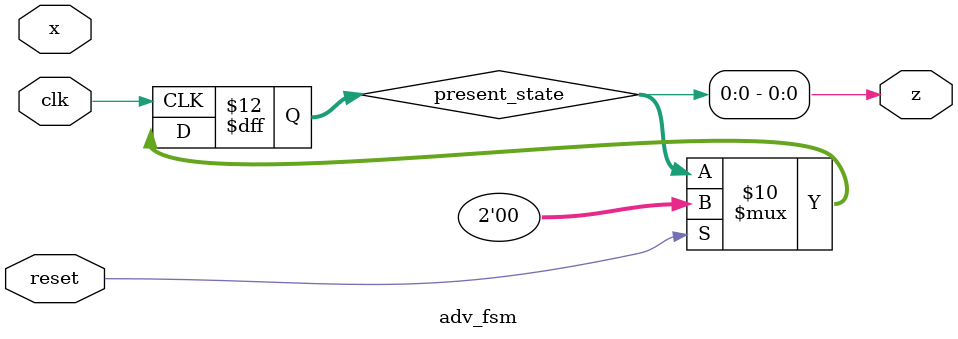
<source format=v>
module adv_fsm(
input clk,
input reset,
input x,
output z ); 
reg [1:0] present_state, next_state;
parameter IDLE=0, S1=1, S10=2, S101=3;
// output signal z is asserted to 1 when present_state is S101 
// present_state is reset to IDLE when rset is high
// otherwise it is assigned next state
// if present_state is IDLE, next_state is assigned S1 if x is 1, otherwise next_state stays at IDLE
// if present_state is S1, next_state is assigned S10 if x is 0, otherwise next_state stays at IDLE 
// if present_state is S10, next_state is assigned S101 if x is 1, otherwise next_state stays at IDLE 
// if present_state is S101, next_state is assigned IDLE


always @(posedge clk) begin
	if (reset) begin
		present_state <= IDLE;
	end
	else begin
		if (present_state == IDLE) begin
			next_state <= S1;
		end
		else begin
			next_state <= present_state;
		end
	end
end
assign z = present_state;

endmodule

</source>
